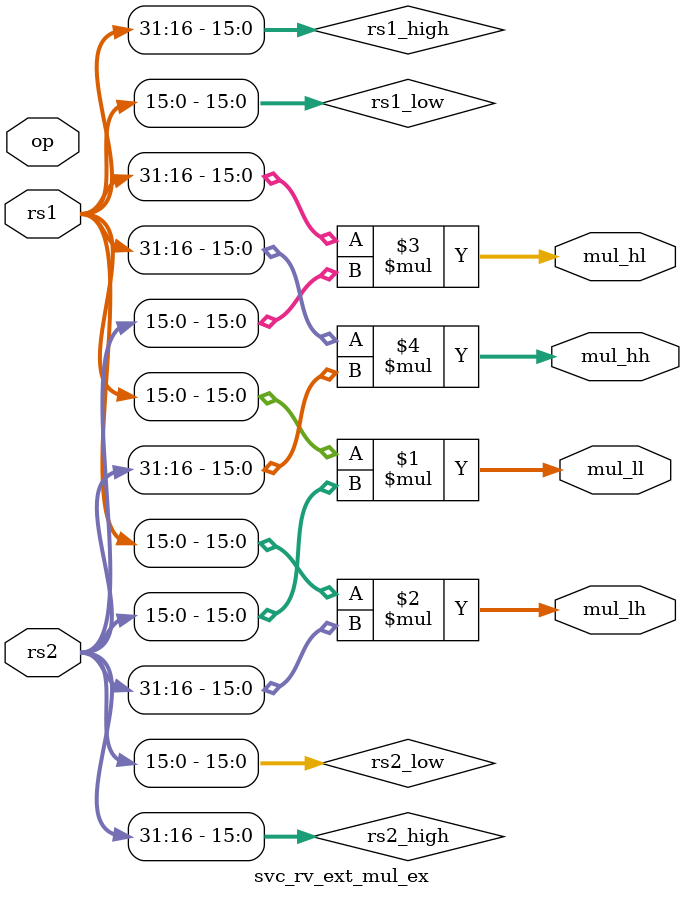
<source format=sv>
`ifndef SVC_RV_EXT_MUL_EX_SV
`define SVC_RV_EXT_MUL_EX_SV

`include "svc.sv"

module svc_rv_ext_mul_ex (
    input  logic [31:0] rs1,
    input  logic [31:0] rs2,
    input  logic [ 2:0] op,
    output logic [31:0] mul_ll,
    output logic [31:0] mul_lh,
    output logic [31:0] mul_hl,
    output logic [31:0] mul_hh
);

  //
  // Split operands into 16-bit halves
  //
  logic [15:0] rs1_low;
  logic [15:0] rs1_high;
  logic [15:0] rs2_low;
  logic [15:0] rs2_high;

  assign rs1_low  = rs1[15:0];
  assign rs1_high = rs1[31:16];
  assign rs2_low  = rs2[15:0];
  assign rs2_high = rs2[31:16];

  //
  // Compute 4x 16-bit unsigned partial products
  //
  // Each 16x16 multiply produces a full 32-bit result
  //
  assign mul_ll   = rs1_low * rs2_low;
  assign mul_lh   = rs1_low * rs2_high;
  assign mul_hl   = rs1_high * rs2_low;
  assign mul_hh   = rs1_high * rs2_high;

  //
  // Note: op is unused here - operation type is used in MEM stage
  // for sign correction and result selection
  //
  logic unused_op;
  assign unused_op = |op;

endmodule

`endif

</source>
